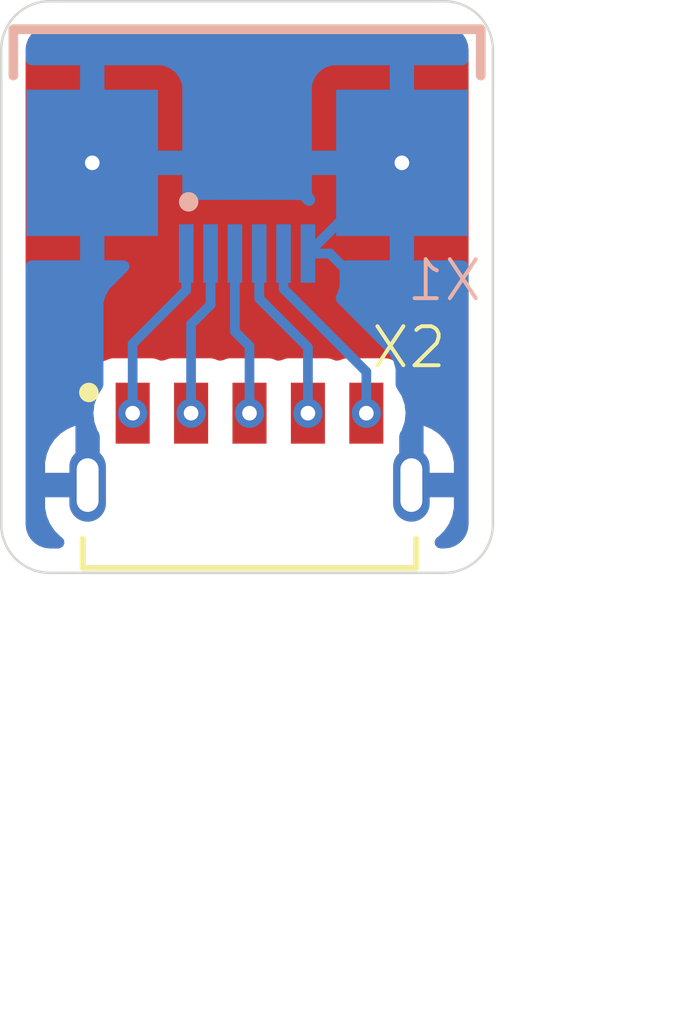
<source format=kicad_pcb>
(kicad_pcb (version 20240108) (generator "pcbnew") (generator_version "8.0")
  (title_block (comment 4 "AISLER Project ID: FFAWFMZL"))
  (layers (0 "F.Cu" signal) (31 "B.Cu" signal) (34 "B.Paste" user) (35 "F.Paste" user) (36 "B.SilkS" user "B.Silkscreen") (37 "F.SilkS" user "F.Silkscreen") (38 "B.Mask" user) (39 "F.Mask" user) (44 "Edge.Cuts" user))
  (net 0 "")
  (net 1 "Net-(X2-D+)")
  (net 2 "Net-(X2-ID)")
  (net 3 "Net-(X2-D-)")
  (net 4 "Net-(X2-GND)")
  (net 5 "Net-(X2-VCC)")
  (net 6 "GNDPWR")
  (footprint "U-G-M5WS-W-01:U-G-M5WS-W-01" (layer "F.Cu") (at 135.125 74.2)
    (property "Reference" "X2" (at 3.275 -2.925 180) (layer "F.SilkS") (effects (font (size 0.8 0.8) (thickness 0.08))))
    (property "Value" "U-G-M5WS-W-01" (hide yes))
    (fp_line (start -3.425 1) (end -3.425 1.6) (stroke (width 0.127)) (layer "F.SilkS"))
    (fp_line (start -3.425 1.6) (end 3.425 1.6) (stroke (width 0.127)) (layer "F.SilkS"))
    (fp_line (start 3.425 1.6) (end 3.425 1) (stroke (width 0.127)) (layer "F.SilkS"))
    (fp_circle (center -3.3 -2) (end -3.2 -2) (stroke (width 0.2)) (fill none) (layer "F.SilkS"))
    (pad "" np_thru_hole circle (at -1.8 0) (size 0.9 0.9) (drill 0.9) (layers "*.Cu" "*.Mask"))
    (pad "" np_thru_hole circle (at 1.8 0) (size 0.9 0.9) (drill 0.9) (layers "*.Cu" "*.Mask"))
    (pad "1" smd rect (at -2.4 -1.575) (size 0.7 1.25) (layers "F.Cu" "F.Paste" "F.Mask") (net 5 "Net-(X2-VCC)"))
    (pad "2" smd rect (at -1.2 -1.575) (size 0.7 1.25) (layers "F.Cu" "F.Paste" "F.Mask") (net 3 "Net-(X2-D-)"))
    (pad "3" smd rect (at 0 -1.575) (size 0.7 1.25) (layers "F.Cu" "F.Paste" "F.Mask") (net 1 "Net-(X2-D+)"))
    (pad "4" smd rect (at 1.2 -1.575) (size 0.7 1.25) (layers "F.Cu" "F.Paste" "F.Mask") (net 2 "Net-(X2-ID)"))
    (pad "5" smd rect (at 2.4 -1.575) (size 0.7 1.25) (layers "F.Cu" "F.Paste" "F.Mask") (net 4 "Net-(X2-GND)"))
    (pad "S1" thru_hole oval (at -3.325 -0.1) (size 0.75 1.5) (drill oval 0.45 1.1) (layers "*.Cu" "*.Mask") (net 6 "GNDPWR"))
    (pad "S2" thru_hole oval (at 3.325 -0.1) (size 0.75 1.5) (drill oval 0.45 1.1) (layers "*.Cu" "*.Mask") (net 6 "GNDPWR"))
  )
  (footprint "68710614522:68710614522" (layer "B.Cu") (at 135.075 67)
    (property "Reference" "X1" (at 4.05 2.9 0) (layer "B.SilkS") (effects (font (size 0.8 0.8) (thickness 0.08)) (justify mirror)))
    (property "Value" "68710614522" (hide yes))
    (fp_line (start -4.8 -2.25) (end -4.8 -1.3) (stroke (width 0.2)) (layer "B.SilkS"))
    (fp_line (start 4.8 -2.25) (end -4.8 -2.25) (stroke (width 0.2)) (layer "B.SilkS"))
    (fp_line (start 4.8 -1.3) (end 4.8 -2.25) (stroke (width 0.2)) (layer "B.SilkS"))
    (fp_circle (center -1.2 1.29) (end -1.1 1.29) (stroke (width 0.2)) (fill none) (layer "B.SilkS"))
    (pad "1" smd rect (at -1.25 2.35) (size 0.3 1.2) (layers "B.Cu" "B.Paste" "B.Mask") (net 5 "Net-(X2-VCC)"))
    (pad "2" smd rect (at -0.75 2.35) (size 0.3 1.2) (layers "B.Cu" "B.Paste" "B.Mask") (net 3 "Net-(X2-D-)"))
    (pad "3" smd rect (at -0.25 2.35) (size 0.3 1.2) (layers "B.Cu" "B.Paste" "B.Mask") (net 1 "Net-(X2-D+)"))
    (pad "4" smd rect (at 0.25 2.35) (size 0.3 1.2) (layers "B.Cu" "B.Paste" "B.Mask") (net 2 "Net-(X2-ID)"))
    (pad "5" smd rect (at 0.75 2.35) (size 0.3 1.2) (layers "B.Cu" "B.Paste" "B.Mask") (net 4 "Net-(X2-GND)"))
    (pad "6" smd rect (at 1.25 2.35) (size 0.3 1.2) (layers "B.Cu" "B.Paste" "B.Mask") (net 6 "GNDPWR"))
    (pad "Z1" smd rect (at -3.18 0.49) (size 2.7 3) (layers "B.Cu" "B.Paste" "B.Mask") (net 6 "GNDPWR"))
    (pad "Z2" smd rect (at 3.18 0.49) (size 2.7 3) (layers "B.Cu" "B.Paste" "B.Mask") (net 6 "GNDPWR"))
  )
  (gr_line (start 131.025 64.175) (end 139.125 64.175) (stroke (width 0.05)) (layer "Edge.Cuts"))
  (gr_line (start 130.025 74.9) (end 130.025 65.175) (stroke (width 0.05)) (layer "Edge.Cuts"))
  (gr_arc (start 131.025 75.9) (mid 130.317893 75.607107) (end 130.025 74.9) (stroke (width 0.05)) (layer "Edge.Cuts"))
  (gr_arc (start 139.125 64.175) (mid 139.832107 64.467893) (end 140.125 65.175) (stroke (width 0.05)) (layer "Edge.Cuts"))
  (gr_arc (start 140.125 74.9) (mid 139.832107 75.607107) (end 139.125 75.9) (stroke (width 0.05)) (layer "Edge.Cuts"))
  (gr_arc (start 130.025 65.175) (mid 130.317893 64.467893) (end 131.025 64.175) (stroke (width 0.05)) (layer "Edge.Cuts"))
  (gr_line (start 139.125 75.9) (end 131.025 75.9) (stroke (width 0.05)) (layer "Edge.Cuts"))
  (gr_line (start 140.125 65.175) (end 140.125 74.9) (stroke (width 0.05)) (layer "Edge.Cuts"))
  (via (at 135.125 72.625) (size 0.6) (drill 0.3) (layers "F.Cu" "B.Cu") (net 1))
  (segment (start 135.125 72.625) (end 135.125 71.25) (width 0.2) (layer "B.Cu") (net 1))
  (segment (start 134.825 70.95) (end 134.825 69.35) (width 0.2) (layer "B.Cu") (net 1))
  (segment (start 135.125 71.25) (end 134.825 70.95) (width 0.2) (layer "B.Cu") (net 1))
  (via (at 136.325 72.625) (size 0.6) (drill 0.3) (layers "F.Cu" "B.Cu") (net 2))
  (segment (start 136.325 72.625) (end 136.325 71.275) (width 0.2) (layer "B.Cu") (net 2))
  (segment (start 135.325 70.275) (end 135.325 69.35) (width 0.2) (layer "B.Cu") (net 2))
  (segment (start 136.325 71.275) (end 135.325 70.275) (width 0.2) (layer "B.Cu") (net 2))
  (via (at 133.925 72.625) (size 0.6) (drill 0.3) (layers "F.Cu" "B.Cu") (net 3))
  (segment (start 133.925 72.625) (end 133.925 70.8) (width 0.2) (layer "B.Cu") (net 3))
  (segment (start 134.325 70.4) (end 134.325 69.35) (width 0.2) (layer "B.Cu") (net 3))
  (segment (start 133.925 70.8) (end 134.325 70.4) (width 0.2) (layer "B.Cu") (net 3))
  (via (at 137.525 72.625) (size 0.6) (drill 0.3) (layers "F.Cu" "B.Cu") (net 4))
  (segment (start 137.525 71.775) (end 135.825 70.075) (width 0.2) (layer "B.Cu") (net 4))
  (segment (start 135.825 70.075) (end 135.825 69.35) (width 0.2) (layer "B.Cu") (net 4))
  (segment (start 137.525 72.625) (end 137.525 71.775) (width 0.2) (layer "B.Cu") (net 4))
  (via (at 132.725 72.625) (size 0.6) (drill 0.3) (layers "F.Cu" "B.Cu") (net 5))
  (segment (start 132.725 71.2) (end 133.825 70.1) (width 0.2) (layer "B.Cu") (net 5))
  (segment (start 133.825 70.1) (end 133.825 69.35) (width 0.2) (layer "B.Cu") (net 5))
  (segment (start 132.725 72.625) (end 132.725 71.2) (width 0.2) (layer "B.Cu") (net 5))
  (segment (start 138.185 67.49) (end 138.255 67.49) (width 0.2) (layer "F.Cu") (net 6))
  (via (at 138.255 67.49) (size 0.6) (drill 0.3) (layers "F.Cu" "B.Cu") (net 6))
  (via (at 131.895 67.49) (size 0.6) (drill 0.3) (layers "F.Cu" "B.Cu") (net 6))
  (segment (start 136.325 69.35) (end 136.775 69.35) (width 0.2) (layer "B.Cu") (net 6))
  (segment (start 136.325 69.35) (end 138.185 67.49) (width 0.2) (layer "B.Cu") (net 6))
  (segment (start 138.185 67.49) (end 138.255 67.49) (width 0.2) (layer "B.Cu") (net 6))
  (segment (start 136.775 69.35) (end 137.925 70.5) (width 0.2) (layer "B.Cu") (net 6))
  (zone (net 6) (net_name "GNDPWR") (layers "F&B.Cu") (connect_pads (clearance 0.5)) (min_thickness 0.25) (fill yes (thermal_gap 0.5) (thermal_bridge_width 0.5))
    (polygon (pts (xy 130.025 64.175) (xy 140.125 64.175) (xy 140.125 75.9) (xy 130.025 75.9)))
  )
)
</source>
